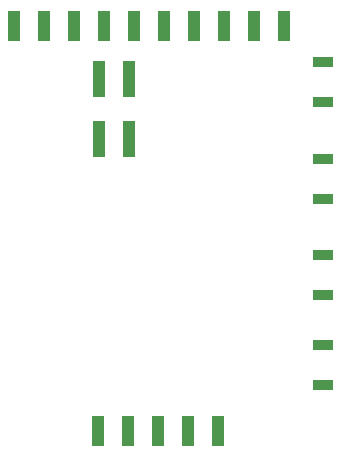
<source format=gbr>
G04 #@! TF.GenerationSoftware,KiCad,Pcbnew,(5.0.0)*
G04 #@! TF.CreationDate,2019-02-27T16:16:10+00:00*
G04 #@! TF.ProjectId,BubbleWatch,427562626C6557617463682E6B696361,rev?*
G04 #@! TF.SameCoordinates,Original*
G04 #@! TF.FileFunction,Paste,Bot*
G04 #@! TF.FilePolarity,Positive*
%FSLAX46Y46*%
G04 Gerber Fmt 4.6, Leading zero omitted, Abs format (unit mm)*
G04 Created by KiCad (PCBNEW (5.0.0)) date 02/27/19 16:16:10*
%MOMM*%
%LPD*%
G01*
G04 APERTURE LIST*
%ADD10R,1.700000X0.900000*%
%ADD11R,1.000000X2.500000*%
%ADD12R,1.000000X3.150000*%
G04 APERTURE END LIST*
D10*
G04 #@! TO.C,SW3*
X158750000Y-83750000D03*
X158750000Y-80350000D03*
G04 #@! TD*
G04 #@! TO.C,SW2*
X158750000Y-75650000D03*
X158750000Y-72250000D03*
G04 #@! TD*
G04 #@! TO.C,SW1*
X158750000Y-67400000D03*
X158750000Y-64000000D03*
G04 #@! TD*
D11*
G04 #@! TO.C,J3*
X155430000Y-60975000D03*
X152890000Y-60975000D03*
X150350000Y-60975000D03*
X147810000Y-60975000D03*
X145270000Y-60975000D03*
X142730000Y-60975000D03*
X140190000Y-60975000D03*
X137650000Y-60975000D03*
X135110000Y-60975000D03*
X132570000Y-60975000D03*
G04 #@! TD*
D10*
G04 #@! TO.C,SW4*
X158750000Y-88000000D03*
X158750000Y-91400000D03*
G04 #@! TD*
D12*
G04 #@! TO.C,J2*
X142270000Y-70525000D03*
X142270000Y-65475000D03*
X139730000Y-70525000D03*
X139730000Y-65475000D03*
G04 #@! TD*
D11*
G04 #@! TO.C,J3*
X139670000Y-95305000D03*
X142210000Y-95305000D03*
X144750000Y-95305000D03*
X147290000Y-95305000D03*
X149830000Y-95305000D03*
G04 #@! TD*
M02*

</source>
